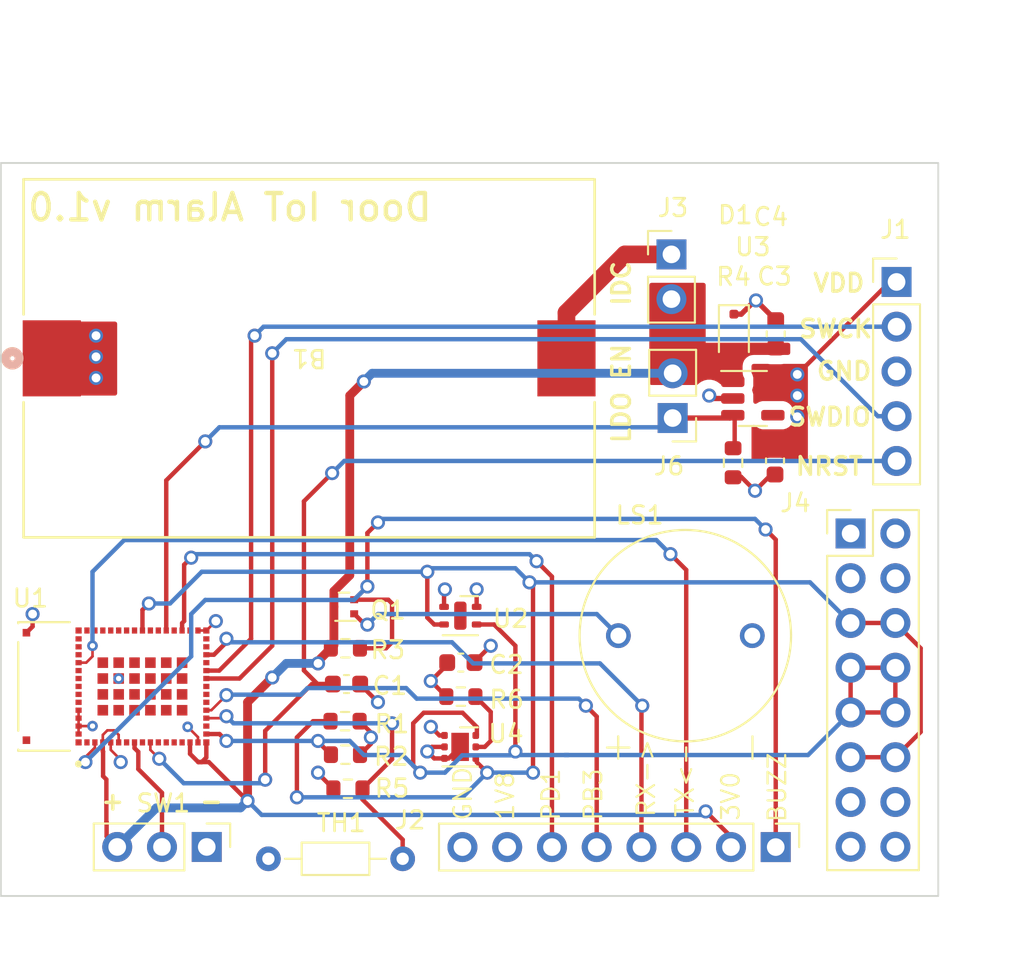
<source format=kicad_pcb>
(kicad_pcb (version 20221018) (generator pcbnew)
  (layers (0 "F.Cu" signal) (1 "In1.Cu" signal) (2 "In2.Cu" signal) (31 "B.Cu" signal) (34 "B.Paste" user) (35 "F.Paste" user) (36 "B.SilkS" user "B.Silkscreen") (37 "F.SilkS" user "F.Silkscreen") (38 "B.Mask" user) (39 "F.Mask" user) (44 "Edge.Cuts" user))
  (net 0 "")
  (net 1 "/PD1")
  (net 2 "GND")
  (net 3 "/SWCLK")
  (net 4 "/SWDIO")
  (net 5 "/NRST")
  (net 6 "/Vtherm")
  (net 7 "+1V8")
  (net 8 "+3V0")
  (net 11 "/SCL1")
  (net 18 "/SDA1")
  (net 24 "Net-(Q1-D)")
  (net 33 "/nBuzzer")
  (net 42 "/LDO_EN")
  (net 45 "Net-(U4-INT)")
  (net 73 "+BATT")
  (net 74 "/Door_EXTI")
  (net 75 "/PB3")
  (net 76 "/MCU_RX1")
  (net 78 "/MCU_TX1")
  (footprint "Connector_PinHeader_2.54mm:PinHeader_2x08_P2.54mm_Vertical" (layer "F.Cu") (at 167.025 104.025)
    (fp_text reference "J4")
    (fp_text value "Conn_02x08_Odd_Even")
  )
  (footprint "Connector_PinHeader_2.54mm:PinHeader_1x02_P2.54mm_Vertical" (layer "F.Cu") (at 156.925 97.475 180)
    (fp_text reference "J6")
    (fp_text value "Conn_01x02_Pin")
  )
  (footprint "Resistor_SMD:R_0603_1608Metric" (layer "F.Cu") (at 138.333 114.679 180)
    (fp_text reference "R1")
    (fp_text value "10K")
  )
  (footprint "AI-1223-TWT-3V-2-R:XDCR_AI-1223-TWT-3V-2-R" (layer "F.Cu") (at 157.645 109.8255 90)
    (fp_text reference "LS1")
    (fp_text value "AI-1223-TWT-3V-2-R")
  )
  (footprint "Resistor_SMD:R_0603_1608Metric" (layer "F.Cu") (at 138.357 116.579 180)
    (fp_text reference "R2")
    (fp_text value "10K")
  )
  (footprint "Resistor_SMD:R_0603_1608Metric" (layer "F.Cu") (at 160.355 100.013 -90)
    (fp_text reference "R4")
    (fp_text value "220K")
  )
  (footprint "STM32WB5MMGH6TR:XCVR_STM32WB5MMGH6TR" (layer "F.Cu") (at 125.285 112.708 90)
    (fp_text reference "U1")
    (fp_text value "STM32WB5MMGH6TR")
  )
  (footprint "Connector_PinHeader_2.54mm:PinHeader_1x08_P2.54mm_Vertical" (layer "F.Cu") (at 162.775 121.825 -90)
    (fp_text reference "J2")
    (fp_text value "Conn_01x08_Pin")
  )
  (footprint "Connector_PinHeader_2.54mm:PinHeader_1x02_P2.54mm_Vertical" (layer "F.Cu") (at 156.857 88.187)
    (fp_text reference "J3")
    (fp_text value "Conn_01x02_Pin")
  )
  (footprint "Package_TO_SOT_SMD:SOT-723" (layer "F.Cu") (at 138.275 108.185 180)
    (fp_text reference "Q1")
    (fp_text value "PMOS")
  )
  (footprint "BU2032SM-JJ-GTR:BU2032SM-JJ-GTR_MPD" (layer "F.Cu") (at 136.2938 94.0868 180)
    (fp_text reference "B1")
    (fp_text value "BU2032SM-JJ-GTR")
  )
  (footprint "Resistor_SMD:R_0603_1608Metric" (layer "F.Cu") (at 138.353 110.541)
    (fp_text reference "R3")
    (fp_text value "220K")
  )
  (footprint "Resistor_THT:R_Axial_DIN0204_L3.6mm_D1.6mm_P7.62mm_Horizontal" (layer "F.Cu") (at 141.603 122.489 180)
    (fp_text reference "TH1")
    (fp_text value "3.3K@25C")
  )
  (footprint "Capacitor_SMD:C_0603_1608Metric" (layer "F.Cu") (at 144.905 111.355)
    (fp_text reference "C2")
    (fp_text value "100nF")
  )
  (footprint "Capacitor_SMD:C_0603_1608Metric" (layer "F.Cu") (at 138.415 112.573)
    (fp_text reference "C1")
    (fp_text value "100nF")
  )
  (footprint "Capacitor_SMD:C_0603_1608Metric" (layer "F.Cu") (at 162.775 92.695 90)
    (fp_text reference "C4")
    (fp_text value "1uF")
  )
  (footprint "Resistor_SMD:R_0603_1608Metric" (layer "F.Cu") (at 144.905 113.285)
    (fp_text reference "R6")
    (fp_text value "10K")
  )
  (footprint "Sensor_Humidity:Sensirion_DFN-4-1EP_2x2mm_P1mm_EP0.7x1.6mm" (layer "F.Cu") (at 144.876201 108.692199)
    (fp_text reference "U2")
    (fp_text value "SHTC3")
  )
  (footprint "Package_TO_SOT_SMD:SOT-23-5" (layer "F.Cu") (at 161.475 96.365)
    (fp_text reference "U3")
    (fp_text value "AP2127K-1.8")
  )
  (footprint "Diode_SMD:D_SOD-323F" (layer "F.Cu") (at 160.401 92.68 -90)
    (fp_text reference "D1")
    (fp_text value "D_TVS")
  )
  (footprint "Package_SON:WSON-6-1EP_2x2mm_P0.65mm_EP1x1.6mm" (layer "F.Cu") (at 144.863899 116.1389)
    (fp_text reference "U4")
    (fp_text value "OPT3001DNPT")
  )
  (footprint "Connector_PinHeader_2.54mm:PinHeader_1x05_P2.54mm_Vertical" (layer "F.Cu") (at 169.633 89.751)
    (fp_text reference "J1")
    (fp_text value "Conn_01x05_Pin")
  )
  (footprint "Connector_PinHeader_2.54mm:PinHeader_1x03_P2.54mm_Vertical" (layer "F.Cu") (at 130.483 121.817 -90)
    (fp_text reference "SW1")
    (fp_text value "SW_Push_SPDT")
  )
  (footprint "Capacitor_SMD:C_0603_1608Metric" (layer "F.Cu") (at 162.735 99.905 -90)
    (fp_text reference "C3")
    (fp_text value "1uF")
  )
  (footprint "Resistor_SMD:R_0603_1608Metric" (layer "F.Cu") (at 138.497 118.515)
    (fp_text reference "R5")
    (fp_text value "20K")
  )
  (gr_rect (start 118.8 83) (end 172 124.6) (stroke (width 0.1)) (fill none) (layer "Edge.Cuts"))
  (gr_text "3V0" (at 160.8 120.4 90) (layer "F.SilkS") (effects (font (size 1 1) (thickness 0.125)) (justify left bottom)))
  (gr_text "VDD" (at 164.8 90.4) (layer "F.SilkS") (effects (font (size 1 1) (thickness 0.2) bold) (justify left bottom)))
  (gr_text "PB3" (at 153 120.4 90) (layer "F.SilkS") (effects (font (size 1 1) (thickness 0.125)) (justify left bottom)))
  (gr_text "TX<-" (at 158.2 120.2 90) (layer "F.SilkS") (effects (font (size 1 1) (thickness 0.125)) (justify left bottom)))
  (gr_text "IDC" (at 154.6 91.2 90) (layer "F.SilkS") (effects (font (size 1 1) (thickness 0.2) bold) (justify left bottom)))
  (gr_text "GND" (at 165 95.4) (layer "F.SilkS") (effects (font (size 1 1) (thickness 0.2) bold) (justify left bottom)))
  (gr_text "Door IoT Alarm v1.0" (at 120.2 86.4) (layer "F.SilkS") (effects (font (size 1.5 1.5) (thickness 0.25) bold) (justify right bottom mirror)))
  (gr_text "PD1" (at 150.6 120.4 90) (layer "F.SilkS") (effects (font (size 1 1) (thickness 0.125)) (justify left bottom)))
  (gr_text "1V8" (at 148 120.4 90) (layer "F.SilkS") (effects (font (size 1 1) (thickness 0.125)) (justify left bottom)))
  (gr_text "SWDIO" (at 163.4 98) (layer "F.SilkS") (effects (font (size 1 1) (thickness 0.2) bold) (justify left bottom)))
  (gr_text "BUZZ" (at 163.44 120.495 90) (layer "F.SilkS") (effects (font (size 1 1) (thickness 0.125)) (justify left bottom)))
  (gr_text "-" (at 130 119.8) (layer "F.SilkS") (effects (font (size 1 1) (thickness 0.2) bold) (justify left bottom)))
  (gr_text "SWCK" (at 164 93) (layer "F.SilkS") (effects (font (size 1 1) (thickness 0.2) bold) (justify left bottom)))
  (gr_text "LDO EN" (at 154.6 99 90) (layer "F.SilkS") (effects (font (size 1 1) (thickness 0.2) bold) (justify left bottom)))
  (gr_text "RX->" (at 156 120.2 90) (layer "F.SilkS") (effects (font (size 1 1) (thickness 0.125)) (justify left bottom)))
  (gr_text "+" (at 124.4 119.8) (layer "F.SilkS") (effects (font (size 1 1) (thickness 0.2) bold) (justify left bottom)))
  (gr_text "NRST" (at 163.8 100.8) (layer "F.SilkS") (effects (font (size 1 1) (thickness 0.2) bold) (justify left bottom)))
  (gr_text "GND" (at 145.6 120.4 90) (layer "F.SilkS") (effects (font (size 1 1) (thickness 0.125)) (justify left bottom)))
  (segment (start 150.075 106.475) (end 150.075 121.825) (width 0.25) (layer "F.Cu") (net 1))
  (segment (start 129.2 109) (end 129.085 109.115) (width 0.25) (layer "F.Cu") (net 1))
  (segment (start 149.2 105.6) (end 150.075 106.475) (width 0.25) (layer "F.Cu") (net 1))
  (segment (start 129.2 105.8) (end 129.2 109) (width 0.25) (layer "F.Cu") (net 1))
  (segment (start 129.6 105.4) (end 129.2 105.8) (width 0.25) (layer "F.Cu") (net 1))
  (segment (start 129.085 109.115) (end 129.085 109.533) (width 0.25) (layer "F.Cu") (net 1))
  (via (at 129.6 105.4) (size 0.8) (drill 0.5) (layers "F.Cu" "B.Cu") (net 1))
  (via (at 149.2 105.6) (size 0.8) (drill 0.5) (layers "F.Cu" "B.Cu") (net 1))
  (segment (start 129.6 105.4) (end 129.8 105.2) (width 0.25) (layer "B.Cu") (net 1))
  (segment (start 129.8 105.2) (end 148.8 105.2) (width 0.25) (layer "B.Cu") (net 1))
  (segment (start 148.8 105.2) (end 149.2 105.6) (width 0.25) (layer "B.Cu") (net 1))
  (segment (start 143.2611 116.1389) (end 143 116.4) (width 0.25) (layer "F.Cu") (net 2))
  (segment (start 130.46 109.533) (end 129.985 109.533) (width 0.15) (layer "F.Cu") (net 2))
  (segment (start 125.035 116.308) (end 125.035 115.883) (width 0.15) (layer "F.Cu") (net 2))
  (segment (start 125.6 116.873) (end 125.035 116.308) (width 0.15) (layer "F.Cu") (net 2))
  (segment (start 143 116.4) (end 143.3939 116.7939) (width 0.25) (layer "F.Cu") (net 2))
  (segment (start 120.6 108.6) (end 120.6 109.308) (width 0.25) (layer "F.Cu") (net 2))
  (segment (start 144.208899 116.7939) (end 144.863899 116.1389) (width 0.25) (layer "F.Cu") (net 2))
  (segment (start 160.3375 96.365) (end 159.165 96.365) (width 0.3) (layer "F.Cu") (net 2))
  (segment (start 139.19 112.59) (end 140.2 113.6) (width 0.25) (layer "F.Cu") (net 2))
  (segment (start 143.3939 116.7939) (end 144.208899 116.7939) (width 0.25) (layer "F.Cu") (net 2))
  (segment (start 160.82 91.58) (end 161.6 90.8) (width 0.3) (layer "F.Cu") (net 2))
  (segment (start 125.6 117) (end 125.6 116.873) (width 0.15) (layer "F.Cu") (net 2))
  (segment (start 160.812 100.812) (end 161.6 101.6) (width 0.25) (layer "F.Cu") (net 2))
  (segment (start 145.801201 108.192199) (end 145.801201 107.201201) (width 0.25) (layer "F.Cu") (net 2))
  (segment (start 162.52 100.68) (end 161.6 101.6) (width 0.25) (layer "F.Cu") (net 2))
  (segment (start 159.165 96.365) (end 159 96.2) (width 0.3) (layer "F.Cu") (net 2))
  (segment (start 139.19 112.573) (end 139.19 112.59) (width 0.25) (layer "F.Cu") (net 2))
  (segment (start 145.801201 107.201201) (end 145.8 107.2) (width 0.25) (layer "F.Cu") (net 2))
  (segment (start 124 114.958) (end 123.21 114.958) (width 0.15) (layer "F.Cu") (net 2))
  (segment (start 130.467 109.533) (end 130.46 109.533) (width 0.15) (layer "F.Cu") (net 2))
  (segment (start 120.6 109.308) (end 120.25 109.658) (width 0.25) (layer "F.Cu") (net 2))
  (segment (start 162.735 100.68) (end 162.52 100.68) (width 0.25) (layer "F.Cu") (net 2))
  (segment (start 160.401 91.58) (end 160.82 91.58) (width 0.3) (layer "F.Cu") (net 2))
  (segment (start 143.913898 116.1389) (end 143.2611 116.1389) (width 0.25) (layer "F.Cu") (net 2))
  (segment (start 129.985 115.585) (end 129.985 115.883) (width 0.15) (layer "F.Cu") (net 2))
  (segment (start 145.68 111.32) (end 146.6 110.4) (width 0.25) (layer "F.Cu") (net 2))
  (segment (start 131 109) (end 130.467 109.533) (width 0.15) (layer "F.Cu") (net 2))
  (segment (start 161.6 90.8) (end 161.655 90.8) (width 0.3) (layer "F.Cu") (net 2))
  (segment (start 161.655 90.8) (end 162.775 91.92) (width 0.3) (layer "F.Cu") (net 2))
  (segment (start 129.4 115) (end 129.985 115.585) (width 0.15) (layer "F.Cu") (net 2))
  (segment (start 160.445 100.812) (end 160.812 100.812) (width 0.25) (layer "F.Cu") (net 2))
  (segment (start 145.68 111.355) (end 145.68 111.32) (width 0.25) (layer "F.Cu") (net 2))
  (segment (start 123.21 114.058) (end 123.21 115.408) (width 0.15) (layer "F.Cu") (net 2))
  (segment (start 125.485 112.258) (end 125.484502 112.258498) (width 0.25) (layer "F.Cu") (net 2))
  (via (at 143 116.4) (size 0.8) (drill 0.5) (layers "F.Cu" "B.Cu") (net 2))
  (via (at 124 114.958) (size 0.6) (drill 0.3) (layers "F.Cu" "B.Cu") (net 2))
  (via (at 145.8 107.2) (size 0.8) (drill 0.5) (layers "F.Cu" "B.Cu") (net 2))
  (via (at 124.2 94) (size 0.8) (drill 0.5) (layers "F.Cu" "B.Cu") (net 2))
  (via (at 124.2 92.8) (size 0.8) (drill 0.5) (layers "F.Cu" "B.Cu") (net 2))
  (via (at 146.6 110.4) (size 0.8) (drill 0.5) (layers "F.Cu" "B.Cu") (net 2))
  (via (at 124.2 95.2) (size 0.8) (drill 0.5) (layers "F.Cu" "B.Cu") (net 2))
  (via (at 161.655 90.8) (size 0.8) (drill 0.5) (layers "F.Cu" "B.Cu") (net 2))
  (via (at 129.4 115) (size 0.6) (drill 0.3) (layers "F.Cu" "B.Cu") (net 2))
  (via (at 125.484502 112.258498) (size 0.6) (drill 0.3) (layers "F.Cu" "B.Cu") (net 2))
  (via (at 120.6 108.6) (size 0.8) (drill 0.5) (layers "F.Cu" "B.Cu") (net 2))
  (via (at 161.6 101.6) (size 0.8) (drill 0.5) (layers "F.Cu" "B.Cu") (net 2))
  (via (at 140.2 113.6) (size 0.8) (drill 0.5) (layers "F.Cu" "B.Cu") (net 2))
  (via (at 131 109) (size 0.8) (drill 0.5) (layers "F.Cu" "B.Cu") (net 2))
  (via (at 125.6 117) (size 0.8) (drill 0.5) (layers "F.Cu" "B.Cu") (net 2))
  (via (at 159 96.2) (size 0.8) (drill 0.5) (layers "F.Cu" "B.Cu") (net 2))
  (segment (start 133 110) (end 131.192 111.808) (width 0.25) (layer "F.Cu") (net 3))
  (segment (start 133.2 92.8) (end 133 93) (width 0.25) (layer "F.Cu") (net 3))
  (segment (start 131.192 111.808) (end 130.46 111.808) (width 0.25) (layer "F.Cu") (net 3))
  (segment (start 133 93) (end 133 110) (width 0.25) (layer "F.Cu") (net 3))
  (via (at 133.2 92.8) (size 0.8) (drill 0.5) (layers "F.Cu" "B.Cu") (net 3))
  (segment (start 133.2 92.8) (end 133.709 92.291) (width 0.25) (layer "B.Cu") (net 3))
  (segment (start 133.709 92.291) (end 169.633 92.291) (width 0.25) (layer "B.Cu") (net 3))
  (segment (start 134.2 110.4) (end 132.4 112.2) (width 0.25) (layer "F.Cu") (net 4))
  (segment (start 134.2 93.8) (end 134.2 110.4) (width 0.25) (layer "F.Cu") (net 4))
  (segment (start 132.4 112.2) (end 132.342 112.258) (width 0.25) (layer "F.Cu") (net 4))
  (segment (start 132.342 112.258) (end 130.46 112.258) (width 0.25) (layer "F.Cu") (net 4))
  (via (at 134.2 93.8) (size 0.8) (drill 0.5) (layers "F.Cu" "B.Cu") (net 4))
  (segment (start 169.633 97.371) (end 168.571 97.371) (width 0.25) (layer "B.Cu") (net 4))
  (segment (start 135 93) (end 134.2 93.8) (width 0.25) (layer "B.Cu") (net 4))
  (segment (start 164.2 93) (end 135 93) (width 0.25) (layer "B.Cu") (net 4))
  (segment (start 168.571 97.371) (end 164.2 93) (width 0.25) (layer "B.Cu") (net 4))
  (segment (start 136.773 112.573) (end 137.64 112.573) (width 0.25) (layer "F.Cu") (net 5))
  (segment (start 136.454 112.573) (end 137.64 112.573) (width 0.25) (layer "F.Cu") (net 5))
  (segment (start 136 111.8) (end 136.773 112.573) (width 0.25) (layer "F.Cu") (net 5))
  (segment (start 137.6 100.6) (end 136 102.2) (width 0.25) (layer "F.Cu") (net 5))
  (segment (start 136 102.2) (end 136 111.8) (width 0.25) (layer "F.Cu") (net 5))
  (segment (start 133.8 115.227) (end 136.454 112.573) (width 0.25) (layer "F.Cu") (net 5))
  (segment (start 127.7885 116.8115) (end 127.285 116.308) (width 0.15) (layer "F.Cu") (net 5))
  (segment (start 133.8 118) (end 133.8 115.227) (width 0.25) (layer "F.Cu") (net 5))
  (segment (start 127.285 116.308) (end 127.285 115.883) (width 0.15) (layer "F.Cu") (net 5))
  (via (at 133.8 118) (size 0.8) (drill 0.5) (layers "F.Cu" "B.Cu") (net 5))
  (via (at 127.7885 116.8115) (size 0.8) (drill 0.5) (layers "F.Cu" "B.Cu") (net 5))
  (via (at 137.6 100.6) (size 0.8) (drill 0.5) (layers "F.Cu" "B.Cu") (net 5))
  (segment (start 129.177 118.2) (end 127.7885 116.8115) (width 0.25) (layer "B.Cu") (net 5))
  (segment (start 169.633 99.911) (end 138.289 99.911) (width 0.25) (layer "B.Cu") (net 5))
  (segment (start 133.8 118) (end 133.6 118.2) (width 0.25) (layer "B.Cu") (net 5))
  (segment (start 133.6 118.2) (end 129.177 118.2) (width 0.25) (layer "B.Cu") (net 5))
  (segment (start 138.289 99.911) (end 137.6 100.6) (width 0.25) (layer "B.Cu") (net 5))
  (segment (start 140.193 119.993) (end 141.603 121.403) (width 0.25) (layer "F.Cu") (net 6))
  (segment (start 141 116.837) (end 139.322 118.515) (width 0.25) (layer "F.Cu") (net 6))
  (segment (start 131.6 114.4) (end 131.492 114.508) (width 0.15) (layer "F.Cu") (net 6))
  (segment (start 141.603 121.403) (end 141.603 122.489) (width 0.25) (layer "F.Cu") (net 6))
  (segment (start 139.322 119.122) (end 139.322 118.515) (width 0.25) (layer "F.Cu") (net 6))
  (segment (start 140.193 119.993) (end 139.322 119.122) (width 0.25) (layer "F.Cu") (net 6))
  (segment (start 131.492 114.508) (end 130.46 114.508) (width 0.15) (layer "F.Cu") (net 6))
  (segment (start 141 114.8) (end 141 116.837) (width 0.25) (layer "F.Cu") (net 6))
  (via (at 141 114.8) (size 0.8) (drill 0.5) (layers "F.Cu" "B.Cu") (net 6))
  (via (at 131.6 114.4) (size 0.8) (drill 0.5) (layers "F.Cu" "B.Cu") (net 6))
  (segment (start 132 114.8) (end 131.6 114.4) (width 0.25) (layer "B.Cu") (net 6))
  (segment (start 141 114.8) (end 132 114.8) (width 0.25) (layer "B.Cu") (net 6))
  (segment (start 169.633 89.751) (end 169.249 89.751) (width 0.25) (layer "F.Cu") (net 7))
  (segment (start 143.913898 115.488899) (end 143.688899 115.488899) (width 0.25) (layer "F.Cu") (net 7))
  (segment (start 139.8 115.6) (end 139.8 115.961) (width 0.25) (layer "F.Cu") (net 7))
  (segment (start 144.13 111.47) (end 143.2 112.4) (width 0.25) (layer "F.Cu") (net 7))
  (segment (start 144.08 113.285) (end 144.08 113.28) (width 0.25) (layer "F.Cu") (net 7))
  (segment (start 143.951201 107.248799) (end 144 107.2) (width 0.25) (layer "F.Cu") (net 7))
  (segment (start 144.13 111.355) (end 144.13 111.47) (width 0.25) (layer "F.Cu") (net 7))
  (segment (start 139.8 115.6) (end 139.8 115.321) (width 0.25) (layer "F.Cu") (net 7))
  (segment (start 143.688899 115.488899) (end 143.2 115) (width 0.25) (layer "F.Cu") (net 7))
  (segment (start 169.249 89.751) (end 164 95) (width 0.25) (layer "F.Cu") (net 7))
  (segment (start 143.951201 108.192199) (end 143.951201 107.248799) (width 0.25) (layer "F.Cu") (net 7))
  (segment (start 136.8 117.643) (end 137.672 118.515) (width 0.25) (layer "F.Cu") (net 7))
  (segment (start 136.8 117.6) (end 136.8 117.643) (width 0.25) (layer "F.Cu") (net 7))
  (segment (start 144.08 113.28) (end 143.2 112.4) (width 0.25) (layer "F.Cu") (net 7))
  (segment (start 139.8 115.321) (end 139.158 114.679) (width 0.25) (layer "F.Cu") (net 7))
  (segment (start 139.8 115.961) (end 139.182 116.579) (width 0.25) (layer "F.Cu") (net 7))
  (via (at 143.2 112.4) (size 0.8) (drill 0.5) (layers "F.Cu" "B.Cu") (net 7))
  (via (at 143.2 115) (size 0.8) (drill 0.5) (layers "F.Cu" "B.Cu") (net 7))
  (via (at 164 97.4) (size 0.8) (drill 0.5) (layers "F.Cu" "B.Cu") (net 7))
  (via (at 144 107.2) (size 0.8) (drill 0.5) (layers "F.Cu" "B.Cu") (net 7))
  (via (at 164 95) (size 0.8) (drill 0.5) (layers "F.Cu" "B.Cu") (net 7))
  (via (at 139.8 115.6) (size 0.8) (drill 0.5) (layers "F.Cu" "B.Cu") (net 7))
  (via (at 164 96.2) (size 0.8) (drill 0.5) (layers "F.Cu" "B.Cu") (net 7))
  (via (at 136.8 117.6) (size 0.8) (drill 0.5) (layers "F.Cu" "B.Cu") (net 7))
  (segment (start 124.585 116.385) (end 124.585 115.883) (width 0.25) (layer "F.Cu") (net 8))
  (segment (start 130.2 117) (end 130.46 116.74) (width 0.25) (layer "F.Cu") (net 8))
  (segment (start 124.6 117.8) (end 124.6 116.4) (width 0.25) (layer "F.Cu") (net 8))
  (segment (start 138.6 96.2) (end 139.4 95.4) (width 0.5) (layer "F.Cu") (net 8))
  (segment (start 129.535 116.535) (end 129.535 115.883) (width 0.25) (layer "F.Cu") (net 8))
  (segment (start 124.786556 120.386556) (end 124.8 120.4) (width 0.25) (layer "F.Cu") (net 8))
  (segment (start 124.843 115.2) (end 125.227 115.2) (width 0.15) (layer "F.Cu") (net 8))
  (segment (start 137.7 107.3) (end 138.6 106.4) (width 0.5) (layer "F.Cu") (net 8))
  (segment (start 132.8 119.2) (end 130.6 117) (width 0.25) (layer "F.Cu") (net 8))
  (segment (start 124.6 116.4) (end 124.585 116.385) (width 0.25) (layer "F.Cu") (net 8))
  (segment (start 136.8 111.269) (end 137.528 110.541) (width 0.5) (layer "F.Cu") (net 8))
  (segment (start 124.585 115.458) (end 124.843 115.2) (width 0.15) (layer "F.Cu") (net 8))
  (segment (start 124.585 115.883) (end 124.585 115.458) (width 0.15) (layer "F.Cu") (net 8))
  (segment (start 130.6 117) (end 130 117) (width 0.25) (layer "F.Cu") (net 8))
  (segment (start 137.7 108.185) (end 137.7 107.3) (width 0.5) (layer "F.Cu") (net 8))
  (segment (start 125.227 115.2) (end 125.485 115.458) (width 0.15) (layer "F.Cu") (net 8))
  (segment (start 130 117) (end 130.2 117) (width 0.25) (layer "F.Cu") (net 8))
  (segment (start 137.7 110.369) (end 137.528 110.541) (width 0.5) (layer "F.Cu") (net 8))
  (segment (start 130.46 116.74) (end 130.46 115.883) (width 0.25) (layer "F.Cu") (net 8))
  (segment (start 136.8 111.4) (end 136.8 111.269) (width 0.5) (layer "F.Cu") (net 8))
  (segment (start 132.8 113.6) (end 132.8 119.2) (width 0.5) (layer "F.Cu") (net 8))
  (segment (start 137.7 108.185) (end 137.7 110.369) (width 0.5) (layer "F.Cu") (net 8))
  (segment (start 158.8 119.8) (end 160.235 121.235) (width 0.25) (layer "F.Cu") (net 8))
  (segment (start 125.485 115.458) (end 125.485 115.883) (width 0.15) (layer "F.Cu") (net 8))
  (segment (start 124.8 121.214) (end 125.403 121.817) (width 0.25) (layer "F.Cu") (net 8))
  (segment (start 124.6 117.8) (end 124.786556 117.986556) (width 0.25) (layer "F.Cu") (net 8))
  (segment (start 124.8 120.4) (end 124.8 121.214) (width 0.25) (layer "F.Cu") (net 8))
  (segment (start 160.235 121.235) (end 160.235 121.825) (width 0.25) (layer "F.Cu") (net 8))
  (segment (start 124.786556 117.986556) (end 124.786556 120.386556) (width 0.25) (layer "F.Cu") (net 8))
  (segment (start 134.2 112.2) (end 132.8 113.6) (width 0.5) (layer "F.Cu") (net 8))
  (segment (start 130 117) (end 129.535 116.535) (width 0.25) (layer "F.Cu") (net 8))
  (segment (start 138.6 106.4) (end 138.6 96.2) (width 0.5) (layer "F.Cu") (net 8))
  (via (at 158.8 119.8) (size 0.8) (drill 0.5) (layers "F.Cu" "B.Cu") (net 8))
  (via (at 132.8 119.2) (size 0.8) (drill 0.5) (layers "F.Cu" "B.Cu") (net 8))
  (via (at 139.4 95.4) (size 0.8) (drill 0.5) (layers "F.Cu" "B.Cu") (net 8))
  (via (at 136.8 111.4) (size 0.8) (drill 0.5) (layers "F.Cu" "B.Cu") (net 8))
  (via (at 134.2 112.2) (size 0.8) (drill 0.5) (layers "F.Cu" "B.Cu") (net 8))
  (segment (start 132.8 119.2) (end 132.4 119.6) (width 0.5) (layer "B.Cu") (net 8))
  (segment (start 139.865 94.935) (end 156.925 94.935) (width 0.5) (layer "B.Cu") (net 8))
  (segment (start 135 111.4) (end 136.8 111.4) (width 0.5) (layer "B.Cu") (net 8))
  (segment (start 132.4 119.6) (end 127.62 119.6) (width 0.5) (layer "B.Cu") (net 8))
  (segment (start 158.8 119.8) (end 158.6 120) (width 0.25) (layer "B.Cu") (net 8))
  (segment (start 139.4 95.4) (end 139.865 94.935) (width 0.5) (layer "B.Cu") (net 8))
  (segment (start 127.62 119.6) (end 125.403 121.817) (width 0.5) (layer "B.Cu") (net 8))
  (segment (start 158.6 120) (end 133.6 120) (width 0.25) (layer "B.Cu") (net 8))
  (segment (start 134.2 112.2) (end 135 111.4) (width 0.5) (layer "B.Cu") (net 8))
  (segment (start 133.6 120) (end 132.8 119.2) (width 0.25) (layer "B.Cu") (net 8))
  (segment (start 145.8139 117.0139) (end 145.8139 116.788901) (width 0.25) (layer "F.Cu") (net 11))
  (segment (start 143 108.8) (end 143.392199 109.192199) (width 0.25) (layer "F.Cu") (net 11))
  (segment (start 127.2 108) (end 126.835 108.365) (width 0.25) (layer "F.Cu") (net 11))
  (segment (start 167.025 116.725) (end 169.565 116.725) (width 0.25) (layer "F.Cu") (net 11))
  (segment (start 135.6 115.6) (end 136.521 114.679) (width 0.25) (layer "F.Cu") (net 11))
  (segment (start 148.8 106.8) (end 149 107) (width 0.25) (layer "F.Cu") (net 11))
  (segment (start 135.6 119) (end 135.6 115.6) (width 0.25) (layer "F.Cu") (net 11))
  (segment (start 171 115.29) (end 169.565 116.725) (width 0.25) (layer "F.Cu") (net 11))
  (segment (start 146.4 117.6) (end 145.8139 117.0139) (width 0.25) (layer "F.Cu") (net 11))
  (segment (start 126.835 108.365) (end 126.835 109.533) (width 0.25) (layer "F.Cu") (net 11))
  (segment (start 149 107) (end 149 117.6) (width 0.25) (layer "F.Cu") (net 11))
  (segment (start 136.521 114.679) (end 137.508 114.679) (width 0.25) (layer "F.Cu") (net 11))
  (segment (start 171 110.54) (end 171 115.29) (width 0.25) (layer "F.Cu") (net 11))
  (segment (start 167.025 109.105) (end 169.565 109.105) (width 0.25) (layer "F.Cu") (net 11))
  (segment (start 143.392199 109.192199) (end 143.951201 109.192199) (width 0.25) (layer "F.Cu") (net 11))
  (segment (start 169.565 109.105) (end 171 110.54) (width 0.25) (layer "F.Cu") (net 11))
  (segment (start 143 106.2) (end 143 108.8) (width 0.25) (layer "F.Cu") (net 11))
  (via (at 135.6 119) (size 0.8) (drill 0.5) (layers "F.Cu" "B.Cu") (net 11))
  (via (at 127.2 108) (size 0.8) (drill 0.5) (layers "F.Cu" "B.Cu") (net 11))
  (via (at 149 117.6) (size 0.8) (drill 0.5) (layers "F.Cu" "B.Cu") (net 11))
  (via (at 148.8 106.8) (size 0.8) (drill 0.5) (layers "F.Cu" "B.Cu") (net 11))
  (via (at 143 106.2) (size 0.8) (drill 0.5) (layers "F.Cu" "B.Cu") (net 11))
  (via (at 146.4 117.6) (size 0.8) (drill 0.5) (layers "F.Cu" "B.Cu") (net 11))
  (segment (start 164.72 106.8) (end 148.8 106.8) (width 0.25) (layer "B.Cu") (net 11))
  (segment (start 143.2 106) (end 148 106) (width 0.25) (layer "B.Cu") (net 11))
  (segment (start 145 119) (end 135.6 119) (width 0.25) (layer "B.Cu") (net 11))
  (segment (start 130.2 106.2) (end 128.4 108) (width 0.25) (layer "B.Cu") (net 11))
  (segment (start 146.4 117.6) (end 145 119) (width 0.25) (layer "B.Cu") (net 11))
  (segment (start 128.4 108) (end 127.2 108) (width 0.25) (layer "B.Cu") (net 11))
  (segment (start 167.025 109.105) (end 164.72 106.8) (width 0.25) (layer "B.Cu") (net 11))
  (segment (start 148 106) (end 148.8 106.8) (width 0.25) (layer "B.Cu") (net 11))
  (segment (start 143 106.2) (end 130.2 106.2) (width 0.25) (layer "B.Cu") (net 11))
  (segment (start 149 117.6) (end 146.4 117.6) (width 0.25) (layer "B.Cu") (net 11))
  (segment (start 143 106.2) (end 143.2 106) (width 0.25) (layer "B.Cu") (net 11))
  (segment (start 167.025 111.645) (end 169.565 111.645) (width 0.25) (layer "F.Cu") (net 18))
  (segment (start 131.6 115.8) (end 131.208 115.408) (width 0.25) (layer "F.Cu") (net 18))
  (segment (start 146.792199 109.192199) (end 146.8 109.2) (width 0.25) (layer "F.Cu") (net 18))
  (segment (start 136.8 115.847) (end 137.532 116.579) (width 0.25) (layer "F.Cu") (net 18))
  (segment (start 142.2 114.8) (end 142.8 114.2) (width 0.25) (layer "F.Cu") (net 18))
  (segment (start 131.208 115.408) (end 130.46 115.408) (width 0.25) (layer "F.Cu") (net 18))
  (segment (start 145.801201 109.192199) (end 146.792199 109.192199) (width 0.25) (layer "F.Cu") (net 18))
  (segment (start 142.8 114.2) (end 145 114.2) (width 0.25) (layer "F.Cu") (net 18))
  (segment (start 142.2 117.2) (end 142.2 114.8) (width 0.25) (layer "F.Cu") (net 18))
  (segment (start 145 114.2) (end 145.8139 115.0139) (width 0.25) (layer "F.Cu") (net 18))
  (segment (start 148 116.4) (end 148 110.4) (width 0.25) (layer "F.Cu") (net 18))
  (segment (start 148 110.4) (end 146.8 109.2) (width 0.25) (layer "F.Cu") (net 18))
  (segment (start 167.025 114.185) (end 169.565 114.185) (width 0.25) (layer "F.Cu") (net 18))
  (segment (start 145.8139 115.0139) (end 145.8139 115.488899) (width 0.25) (layer "F.Cu") (net 18))
  (segment (start 169.565 114.185) (end 169.565 111.645) (width 0.25) (layer "F.Cu") (net 18))
  (segment (start 142.6 117.6) (end 142.2 117.2) (width 0.25) (layer "F.Cu") (net 18))
  (segment (start 167.025 114.185) (end 167.025 111.645) (width 0.25) (layer "F.Cu") (net 18))
  (segment (start 136.8 115.8) (end 136.8 115.847) (width 0.25) (layer "F.Cu") (net 18))
  (via (at 136.8 115.8) (size 0.8) (drill 0.5) (layers "F.Cu" "B.Cu") (net 18))
  (via (at 142.6 117.6) (size 0.8) (drill 0.5) (layers "F.Cu" "B.Cu") (net 18))
  (via (at 131.6 115.8) (size 0.8) (drill 0.5) (layers "F.Cu" "B.Cu") (net 18))
  (via (at 148 116.4) (size 0.8) (drill 0.5) (layers "F.Cu" "B.Cu") (net 18))
  (segment (start 147.7845 116.6155) (end 144.9845 116.6155) (width 0.25) (layer "B.Cu") (net 18))
  (segment (start 151 116.6) (end 148.2 116.6) (width 0.25) (layer "B.Cu") (net 18))
  (segment (start 136.8 115.8) (end 138.6 115.8) (width 0.25) (layer "B.Cu") (net 18))
  (segment (start 148 116.4) (end 147.7845 116.6155) (width 0.25) (layer "B.Cu") (net 18))
  (segment (start 148.2 116.6) (end 148 116.4) (width 0.25) (layer "B.Cu") (net 18))
  (segment (start 131.6 115.8) (end 136.8 115.8) (width 0.25) (layer "B.Cu") (net 18))
  (segment (start 144 117.6) (end 142.8 117.6) (width 0.25) (layer "B.Cu") (net 18))
  (segment (start 142.6 117.6) (end 141.6 116.6) (width 0.25) (layer "B.Cu") (net 18))
  (segment (start 138.6 115.8) (end 139.4 116.6) (width 0.25) (layer "B.Cu") (net 18))
  (segment (start 150.8 116.6) (end 164.61 116.6) (width 0.25) (layer "B.Cu") (net 18))
  (segment (start 142.8 117.6) (end 142.6 117.6) (width 0.25) (layer "B.Cu") (net 18))
  (segment (start 139.4 116.6) (end 141.6 116.6) (width 0.25) (layer "B.Cu") (net 18))
  (segment (start 164.61 116.6) (end 167.025 114.185) (width 0.25) (layer "B.Cu") (net 18))
  (segment (start 144.9845 116.6155) (end 144 117.6) (width 0.25) (layer "B.Cu") (net 18))
  (segment (start 139.6 109.2) (end 139.465 109.2) (width 0.25) (layer "F.Cu") (net 24))
  (segment (start 139.465 109.2) (end 138.85 108.585) (width 0.25) (layer "F.Cu") (net 24))
  (via (at 139.6 109.2) (size 0.8) (drill 0.5) (layers "F.Cu" "B.Cu") (net 24))
  (segment (start 152.6195 108.6) (end 140.2 108.6) (width 0.25) (layer "B.Cu") (net 24))
  (segment (start 140.2 108.6) (end 139.6 109.2) (width 0.25) (layer "B.Cu") (net 24))
  (segment (start 153.845 109.8255) (end 152.6195 108.6) (width 0.25) (layer "B.Cu") (net 24))
  (segment (start 141 110.2) (end 140.659 110.541) (width 0.25) (layer "F.Cu") (net 33))
  (segment (start 162.775 104.375) (end 162.775 121.825) (width 0.25) (layer "F.Cu") (net 33))
  (segment (start 139.6 104) (end 139.6 107.035) (width 0.25) (layer "F.Cu") (net 33))
  (segment (start 140.2 103.4) (end 139.6 104) (width 0.25) (layer "F.Cu") (net 33))
  (segment (start 123.6 117) (end 123.6 116.712) (width 0.15) (layer "F.Cu") (net 33))
  (segment (start 140.785 107.785) (end 141 108) (width 0.25) (layer "F.Cu") (net 33))
  (segment (start 138.85 107.785) (end 140.785 107.785) (width 0.25) (layer "F.Cu") (net 33))
  (segment (start 162.2 103.8) (end 162.775 104.375) (width 0.25) (layer "F.Cu") (net 33))
  (segment (start 124.135 116.177) (end 124.135 115.883) (width 0.15) (layer "F.Cu") (net 33))
  (segment (start 141 108) (end 141 110.2) (width 0.25) (layer "F.Cu") (net 33))
  (segment (start 139.6 107.035) (end 138.85 107.785) (width 0.25) (layer "F.Cu") (net 33))
  (segment (start 140.659 110.541) (end 139.178 110.541) (width 0.25) (layer "F.Cu") (net 33))
  (segment (start 123.6 116.712) (end 124.135 116.177) (width 0.15) (layer "F.Cu") (net 33))
  (via (at 123.6 117) (size 0.8) (drill 0.5) (layers "F.Cu" "B.Cu") (net 33))
  (via (at 162.2 103.8) (size 0.8) (drill 0.5) (layers "F.Cu" "B.Cu") (net 33))
  (via (at 140.2 103.4) (size 0.8) (drill 0.5) (layers "F.Cu" "B.Cu") (net 33))
  (via (at 139.6 107.035) (size 0.8) (drill 0.5) (layers "F.Cu" "B.Cu") (net 33))
  (segment (start 129.6 111) (end 123.6 117) (width 0.25) (layer "B.Cu") (net 33))
  (segment (start 161.6 103.2) (end 140.4 103.2) (width 0.25) (layer "B.Cu") (net 33))
  (segment (start 140.4 103.2) (end 140.2 103.4) (width 0.25) (layer "B.Cu") (net 33))
  (segment (start 162.2 103.8) (end 161.6 103.2) (width 0.25) (layer "B.Cu") (net 33))
  (segment (start 139.6 107.035) (end 138.835 107.8) (width 0.25) (layer "B.Cu") (net 33))
  (segment (start 130.4 107.8) (end 129.6 108.6) (width 0.25) (layer "B.Cu") (net 33))
  (segment (start 138.835 107.8) (end 130.4 107.8) (width 0.25) (layer "B.Cu") (net 33))
  (segment (start 129.6 108.6) (end 129.6 111) (width 0.25) (layer "B.Cu") (net 33))
  (segment (start 130.4 98.8) (end 128.185 101.015) (width 0.25) (layer "F.Cu") (net 42))
  (segment (start 128.185 101.015) (end 128.185 109.533) (width 0.25) (layer "F.Cu") (net 42))
  (segment (start 160.3375 97.315) (end 160.1775 97.475) (width 0.3) (layer "F.Cu") (net 42))
  (segment (start 160.445 97.4225) (end 160.3375 97.315) (width 0.25) (layer "F.Cu") (net 42))
  (segment (start 160.445 99.162) (end 160.445 97.4225) (width 0.25) (layer "F.Cu") (net 42))
  (segment (start 160.1775 97.475) (end 156.925 97.475) (width 0.3) (layer "F.Cu") (net 42))
  (via (at 130.4 98.8) (size 0.8) (drill 0.5) (layers "F.Cu" "B.Cu") (net 42))
  (segment (start 130.4 98.8) (end 131.2 98) (width 0.25) (layer "B.Cu") (net 42))
  (segment (start 131.2 98) (end 156.4 98) (width 0.25) (layer "B.Cu") (net 42))
  (segment (start 156.4 98) (end 156.925 97.475) (width 0.25) (layer "B.Cu") (net 42))
  (segment (start 146.6 115.8) (end 146.6 114.155) (width 0.25) (layer "F.Cu") (net 45))
  (segment (start 145.8139 116.1389) (end 146.2611 116.1389) (width 0.25) (layer "F.Cu") (net 45))
  (segment (start 146.2611 116.1389) (end 146.6 115.8) (width 0.25) (layer "F.Cu") (net 45))
  (segment (start 146.6 114.155) (end 145.73 113.285) (width 0.25) (layer "F.Cu") (net 45))
  (segment (start 150.8988 94.0868) (end 150.8988 91.5012) (width 1) (layer "F.Cu") (net 73))
  (segment (start 154.213 88.187) (end 156.857 88.187) (width 1) (layer "F.Cu") (net 73))
  (segment (start 150.8988 91.5012) (end 154.213 88.187) (width 1) (layer "F.Cu") (net 73))
  (segment (start 126.6 117.4) (end 127.943 118.743) (width 0.25) (layer "F.Cu") (net 74))
  (segment (start 126.6 116.423) (end 126.6 117.4) (width 0.25) (layer "F.Cu") (net 74))
  (segment (start 126.385 115.883) (end 126.385 116.208) (width 0.25) (layer "F.Cu") (net 74))
  (segment (start 127.943 118.743) (end 127.943 121.817) (width 0.25) (layer "F.Cu") (net 74))
  (segment (start 126.385 116.208) (end 126.6 116.423) (width 0.25) (layer "F.Cu") (net 74))
  (segment (start 152.615 114.415) (end 152.615 121.825) (width 0.25) (layer "F.Cu") (net 75))
  (segment (start 131.6 113.2) (end 130.742 114.058) (width 0.15) (layer "F.Cu") (net 75))
  (segment (start 130.742 114.058) (end 130.46 114.058) (width 0.15) (layer "F.Cu") (net 75))
  (segment (start 152 113.8) (end 152.615 114.415) (width 0.25) (layer "F.Cu") (net 75))
  (via (at 131.6 113.2) (size 0.8) (drill 0.5) (layers "F.Cu" "B.Cu") (net 75))
  (via (at 152 113.8) (size 0.8) (drill 0.5) (layers "F.Cu" "B.Cu") (net 75))
  (segment (start 135.825 113.175) (end 131.625 113.175) (width 0.25) (layer "B.Cu") (net 75))
  (segment (start 152 113.8) (end 151.6 113.4) (width 0.25) (layer "B.Cu") (net 75))
  (segment (start 136.2 112.8) (end 135.825 113.175) (width 0.25) (layer "B.Cu") (net 75))
  (segment (start 151.6 113.4) (end 142.4 113.4) (width 0.25) (layer "B.Cu") (net 75))
  (segment (start 131.625 113.175) (end 131.6 113.2) (width 0.25) (layer "B.Cu") (net 75))
  (segment (start 142.4 113.4) (end 141.8 112.8) (width 0.25) (layer "B.Cu") (net 75))
  (segment (start 141.8 112.8) (end 136.2 112.8) (width 0.25) (layer "B.Cu") (net 75))
  (segment (start 155.155 113.845) (end 155.155 121.825) (width 0.25) (layer "F.Cu") (net 76))
  (segment (start 130.46 110.908) (end 130.892 110.908) (width 0.25) (layer "F.Cu") (net 76))
  (segment (start 131.6 110.2) (end 131.6 110) (width 0.25) (layer "F.Cu") (net 76))
  (segment (start 155.2 113.8) (end 155.155 113.845) (width 0.25) (layer "F.Cu") (net 76))
  (segment (start 130.892 110.908) (end 131.6 110.2) (width 0.25) (layer "F.Cu") (net 76))
  (via (at 131.6 110) (size 0.8) (drill 0.5) (layers "F.Cu" "B.Cu") (net 76))
  (via (at 155.2 113.8) (size 0.8) (drill 0.5) (layers "F.Cu" "B.Cu") (net 76))
  (segment (start 131.6 110) (end 131.8 110.2) (width 0.25) (layer "B.Cu") (net 76))
  (segment (start 131.8 110.2) (end 144.4 110.2) (width 0.25) (layer "B.Cu") (net 76))
  (segment (start 144.4 110.2) (end 145.6 111.4) (width 0.25) (layer "B.Cu") (net 76))
  (segment (start 152.8 111.4) (end 155.2 113.8) (width 0.25) (layer "B.Cu") (net 76))
  (segment (start 145.6 111.4) (end 152.8 111.4) (width 0.25) (layer "B.Cu") (net 76))
  (segment (start 156.8 105.2) (end 157.695 106.095) (width 0.25) (layer "F.Cu") (net 78))
  (segment (start 123.21 111.358) (end 123.642 111.358) (width 0.15) (layer "F.Cu") (net 78))
  (segment (start 123.642 111.358) (end 124 111) (width 0.15) (layer "F.Cu") (net 78))
  (segment (start 157.695 106.095) (end 157.695 121.825) (width 0.25) (layer "F.Cu") (net 78))
  (segment (start 124 111) (end 124 110.4) (width 0.15) (layer "F.Cu") (net 78))
  (via (at 156.8 105.2) (size 0.8) (drill 0.5) (layers "F.Cu" "B.Cu") (net 78))
  (via (at 124 110.4) (size 0.6) (drill 0.3) (layers "F.Cu" "B.Cu") (net 78))
  (segment (start 156 104.4) (end 125.8 104.4) (width 0.25) (layer "B.Cu") (net 78))
  (segment (start 156.8 105.2) (end 156 104.4) (width 0.25) (layer "B.Cu") (net 78))
  (segment (start 124 106.2) (end 124 110.4) (width 0.25) (layer "B.Cu") (net 78))
  (segment (start 125.8 104.4) (end 124 106.2) (width 0.25) (layer "B.Cu") (net 78))
  (zone (net 7) (net_name "+1V8") (layer "F.Cu") (priority 3) (connect_pads yes (clearance 0.5)) (min_thickness 0.25) (fill yes (thermal_gap 0.5) (thermal_bridge_width 0.5))
    (polygon (pts (xy 161.4 94.4) (xy 164.6 94.4) (xy 164.6 100) (xy 161.4 100)))
  )
  (zone (net 8) (net_name "+3V0") (layer "F.Cu") (priority 2) (connect_pads yes (clearance 0.5)) (min_thickness 0.25) (fill yes (thermal_gap 0.5) (thermal_bridge_width 0.5))
    (polygon (pts (xy 155.6 89.8) (xy 158.8 89.8) (xy 158.8 93.2) (xy 163.6 93.2) (xy 163.6 94.2) (xy 161.2 94.2) (xy 161.2 95.6) (xy 155.6 95.6)))
  )
  (zone (net 2) (net_name "GND") (layer "F.Cu") (priority 1) (connect_pads yes (clearance 0.5)) (min_thickness 0.25) (fill yes (thermal_gap 0.5) (thermal_bridge_width 0.5))
    (polygon (pts (xy 121.4 92) (xy 121.4 96.2) (xy 125.4 96.2) (xy 125.4 92)))
  )
)
</source>
